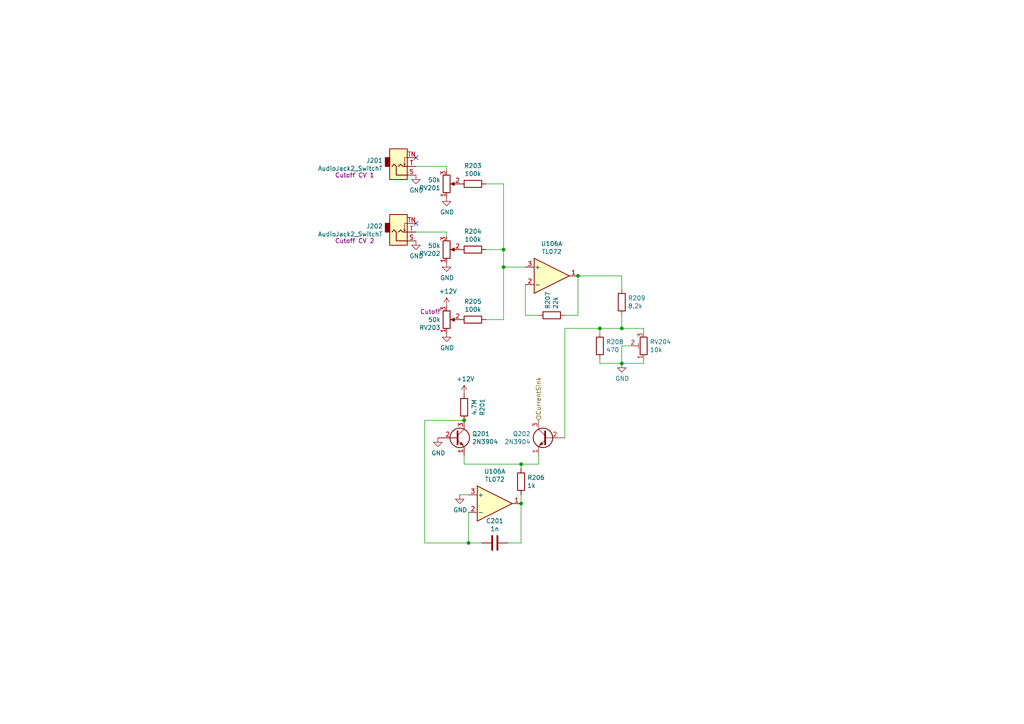
<source format=kicad_sch>
(kicad_sch (version 20211123) (generator eeschema)
  (paper "A4")
  (title_block (title "VCF") (date "2021-07-13") (rev "1.0"))
  (lib_symbols
    (symbol "Amplifier_Operational:TL072" (pin_names (offset 0.127))
      (property "Reference" "U" (at 0 5.08 0))
      (property "Value" "TL072" (at 0 -5.08 0))
      (symbol "TL072_1_1"
        (polyline (pts (xy -5.08 5.08) (xy 5.08 0) (xy -5.08 -5.08) (xy -5.08 5.08)) (stroke (width 0.254)) (fill (type background)))
        (pin output line (at 7.62 0 180) (length 2.54) (name "~") (number "1"))
        (pin input line (at -7.62 -2.54 0) (length 2.54) (name "-") (number "2"))
        (pin input line (at -7.62 2.54 0) (length 2.54) (name "+") (number "3"))
      )
      (symbol "TL072_2_1"
        (polyline (pts (xy -5.08 5.08) (xy 5.08 0) (xy -5.08 -5.08) (xy -5.08 5.08)) (stroke (width 0.254)) (fill (type background)))
        (pin input line (at -7.62 2.54 0) (length 2.54) (name "+") (number "5"))
        (pin input line (at -7.62 -2.54 0) (length 2.54) (name "-") (number "6"))
        (pin output line (at 7.62 0 180) (length 2.54) (name "~") (number "7"))
      )
      (symbol "TL072_3_1"
        (pin power_in line (at -2.54 -7.62 90) (length 3.81) (name "V-") (number "4"))
        (pin power_in line (at -2.54 7.62 270) (length 3.81) (name "V+") (number "8"))
      )
    )
    (symbol "Connector:AudioJack2_SwitchT"
      (property "Reference" "J" (at 0 8.89 0))
      (property "Value" "AudioJack2_SwitchT" (at 0 6.35 0))
      (symbol "AudioJack2_SwitchT_0_1"
        (rectangle (start -2.54 0) (end -3.81 -2.54) (stroke (width 0.254)) (fill (type outline)))
        (polyline (pts (xy 1.778 -0.254) (xy 2.032 -0.762)))
        (polyline (pts (xy 0 0) (xy 0.635 -0.635) (xy 1.27 0) (xy 2.54 0)) (stroke (width 0.254)))
        (polyline (pts (xy 2.54 -2.54) (xy 1.778 -2.54) (xy 1.778 -0.254) (xy 1.524 -0.762)))
        (polyline (pts (xy 2.54 2.54) (xy -0.635 2.54) (xy -0.635 0) (xy -1.27 -0.635) (xy -1.905 0)) (stroke (width 0.254)))
        (rectangle (start 2.54 3.81) (end -2.54 -5.08) (stroke (width 0.254)) (fill (type background)))
      )
      (symbol "AudioJack2_SwitchT_1_1"
        (pin passive line (at 5.08 2.54 180) (length 2.54) (name "~") (number "S"))
        (pin passive line (at 5.08 0 180) (length 2.54) (name "~") (number "T"))
        (pin passive line (at 5.08 -2.54 180) (length 2.54) (name "~") (number "TN"))
      )
    )
    (symbol "Device:C" (pin_numbers hide) (pin_names (offset 0.254))
      (property "Reference" "C" (at 0.635 2.54 0))
      (property "Value" "C" (at 0.635 -2.54 0))
      (symbol "C_0_1"
        (polyline (pts (xy -2.032 -0.762) (xy 2.032 -0.762)) (stroke (width 0.508)))
        (polyline (pts (xy -2.032 0.762) (xy 2.032 0.762)) (stroke (width 0.508)))
      )
      (symbol "C_1_1"
        (pin passive line (at 0 3.81 270) (length 2.794) (name "~") (number "1"))
        (pin passive line (at 0 -3.81 90) (length 2.794) (name "~") (number "2"))
      )
    )
    (symbol "Device:R" (pin_numbers hide) (pin_names (offset 0))
      (property "Reference" "R" (at 2.032 0 90))
      (property "Value" "R" (at 0 0 90))
      (symbol "R_0_1"
        (rectangle (start -1.016 -2.54) (end 1.016 2.54) (stroke (width 0.254)))
      )
      (symbol "R_1_1"
        (pin passive line (at 0 3.81 270) (length 1.27) (name "~") (number "1"))
        (pin passive line (at 0 -3.81 90) (length 1.27) (name "~") (number "2"))
      )
    )
    (symbol "Device:R_Potentiometer" (pin_names (offset 1.016) hide)
      (property "Reference" "RV" (at -4.445 0 90))
      (property "Value" "R_Potentiometer" (at -2.54 0 90))
      (symbol "R_Potentiometer_0_1"
        (polyline (pts (xy 2.54 0) (xy 1.524 0)))
        (polyline (pts (xy 1.143 0) (xy 2.286 0.508) (xy 2.286 -0.508) (xy 1.143 0)) (fill (type outline)))
        (rectangle (start 1.016 2.54) (end -1.016 -2.54) (stroke (width 0.254)))
      )
      (symbol "R_Potentiometer_1_1"
        (pin passive line (at 0 3.81 270) (length 1.27) (name "1") (number "1"))
        (pin passive line (at 3.81 0 180) (length 1.27) (name "2") (number "2"))
        (pin passive line (at 0 -3.81 90) (length 1.27) (name "3") (number "3"))
      )
    )
    (symbol "Device:R_Potentiometer_Trim" (pin_names (offset 1.016) hide)
      (property "Reference" "RV" (at -4.445 0 90))
      (property "Value" "R_Potentiometer_Trim" (at -2.54 0 90))
      (symbol "R_Potentiometer_Trim_0_1"
        (polyline (pts (xy 1.524 0.762) (xy 1.524 -0.762)))
        (polyline (pts (xy 2.54 0) (xy 1.524 0)))
        (rectangle (start 1.016 2.54) (end -1.016 -2.54) (stroke (width 0.254)))
      )
      (symbol "R_Potentiometer_Trim_1_1"
        (pin passive line (at 0 3.81 270) (length 1.27) (name "1") (number "1"))
        (pin passive line (at 3.81 0 180) (length 1.27) (name "2") (number "2"))
        (pin passive line (at 0 -3.81 90) (length 1.27) (name "3") (number "3"))
      )
    )
    (symbol "Transistor_BJT:2N3904" (pin_names (offset 0) hide)
      (property "Reference" "Q" (at 5.08 1.905 0))
      (property "Value" "2N3904" (at 5.08 0 0))
      (symbol "2N3904_0_1"
        (polyline (pts (xy 0.635 0.635) (xy 2.54 2.54)))
        (polyline (pts (xy 0.635 -0.635) (xy 2.54 -2.54) (xy 2.54 -2.54)))
        (polyline (pts (xy 0.635 1.905) (xy 0.635 -1.905) (xy 0.635 -1.905)) (stroke (width 0.508)))
        (polyline (pts (xy 1.27 -1.778) (xy 1.778 -1.27) (xy 2.286 -2.286) (xy 1.27 -1.778) (xy 1.27 -1.778)) (fill (type outline)))
        (circle (center 1.27 0) (radius 2.8194) (stroke (width 0.254)))
      )
      (symbol "2N3904_1_1"
        (pin passive line (at 2.54 -5.08 90) (length 2.54) (name "E") (number "1"))
        (pin passive line (at -5.08 0 0) (length 5.715) (name "B") (number "2"))
        (pin passive line (at 2.54 5.08 270) (length 2.54) (name "C") (number "3"))
      )
    )
    (symbol "power:+12V" (power) (pin_names (offset 0))
      (property "Value" "+12V" (at 0 3.556 0))
      (symbol "+12V_0_1"
        (polyline (pts (xy -0.762 1.27) (xy 0 2.54)))
        (polyline (pts (xy 0 0) (xy 0 2.54)))
        (polyline (pts (xy 0 2.54) (xy 0.762 1.27)))
      )
      (symbol "+12V_1_1"
        (pin power_in line (at 0 0 90) (length 0) hide (name "+12V") (number "1"))
      )
    )
    (symbol "power:GND" (power) (pin_names (offset 0))
      (property "Value" "GND" (at 0 -3.81 0))
      (symbol "GND_0_1"
        (polyline (pts (xy 0 0) (xy 0 -1.27) (xy 1.27 -1.27) (xy 0 -2.54) (xy -1.27 -1.27) (xy 0 -1.27)))
      )
      (symbol "GND_1_1"
        (pin power_in line (at 0 0 270) (length 0) hide (name "GND") (number "1"))
      )
    )
  )
  (junction (at 151.13 146.05))
  (junction (at 146.05 72.39))
  (junction (at 180.34 95.25))
  (junction (at 151.13 134.62))
  (junction (at 173.99 95.25))
  (junction (at 167.64 80.01))
  (junction (at 135.89 157.48))
  (junction (at 134.62 121.92))
  (junction (at 146.05 77.47))
  (junction (at 180.34 105.41))
  (no_connect (at 120.65 45.72))
  (no_connect (at 120.65 64.77))
  (wire (pts (xy 156.21 134.62) (xy 156.21 132.08)))
  (wire (pts (xy 120.65 67.31) (xy 129.54 67.31)))
  (wire (pts (xy 151.13 146.05) (xy 151.13 143.51)))
  (wire (pts (xy 173.99 105.41) (xy 180.34 105.41)))
  (wire (pts (xy 186.69 105.41) (xy 186.69 104.14)))
  (wire (pts (xy 180.34 95.25) (xy 186.69 95.25)))
  (wire (pts (xy 147.32 157.48) (xy 151.13 157.48)))
  (wire (pts (xy 120.65 48.26) (xy 129.54 48.26)))
  (wire (pts (xy 163.83 95.25) (xy 163.83 127)))
  (wire (pts (xy 180.34 80.01) (xy 180.34 83.82)))
  (wire (pts (xy 140.97 72.39) (xy 146.05 72.39)))
  (wire (pts (xy 140.97 92.71) (xy 146.05 92.71)))
  (wire (pts (xy 152.4 77.47) (xy 146.05 77.47)))
  (wire (pts (xy 140.97 53.34) (xy 146.05 53.34)))
  (wire (pts (xy 123.19 157.48) (xy 135.89 157.48)))
  (wire (pts (xy 173.99 95.25) (xy 163.83 95.25)))
  (wire (pts (xy 182.88 100.33) (xy 180.34 100.33)))
  (wire (pts (xy 129.54 48.26) (xy 129.54 49.53)))
  (wire (pts (xy 167.64 91.44) (xy 167.64 80.01)))
  (wire (pts (xy 134.62 134.62) (xy 151.13 134.62)))
  (wire (pts (xy 133.35 143.51) (xy 135.89 143.51)))
  (wire (pts (xy 146.05 53.34) (xy 146.05 72.39)))
  (wire (pts (xy 173.99 95.25) (xy 173.99 96.52)))
  (wire (pts (xy 123.19 121.92) (xy 123.19 157.48)))
  (wire (pts (xy 146.05 77.47) (xy 146.05 92.71)))
  (wire (pts (xy 152.4 91.44) (xy 156.21 91.44)))
  (wire (pts (xy 134.62 121.92) (xy 123.19 121.92)))
  (wire (pts (xy 180.34 95.25) (xy 173.99 95.25)))
  (wire (pts (xy 151.13 134.62) (xy 156.21 134.62)))
  (wire (pts (xy 152.4 82.55) (xy 152.4 91.44)))
  (wire (pts (xy 134.62 132.08) (xy 134.62 134.62)))
  (wire (pts (xy 167.64 80.01) (xy 180.34 80.01)))
  (wire (pts (xy 151.13 146.05) (xy 151.13 157.48)))
  (wire (pts (xy 135.89 148.59) (xy 135.89 157.48)))
  (wire (pts (xy 129.54 67.31) (xy 129.54 68.58)))
  (wire (pts (xy 173.99 104.14) (xy 173.99 105.41)))
  (wire (pts (xy 163.83 91.44) (xy 167.64 91.44)))
  (wire (pts (xy 135.89 157.48) (xy 139.7 157.48)))
  (wire (pts (xy 180.34 100.33) (xy 180.34 105.41)))
  (wire (pts (xy 180.34 91.44) (xy 180.34 95.25)))
  (wire (pts (xy 151.13 134.62) (xy 151.13 135.89)))
  (wire (pts (xy 186.69 95.25) (xy 186.69 96.52)))
  (wire (pts (xy 180.34 105.41) (xy 186.69 105.41)))
  (wire (pts (xy 146.05 72.39) (xy 146.05 77.47)))
  (hierarchical_label "CurrentSink" (shape input) (at 156.21 121.92 90))
  (symbol (lib_id "Device:R") (at 151.13 139.7 0)
    (property "Reference" "R206" (at 152.908 138.5316 0) (effects (justify left)))
    (property "Value" "1k" (at 152.908 140.843 0) (effects (justify left)))
    (property "Footprint" "Resistor_THT:R_Axial_DIN0207_L6.3mm_D2.5mm_P7.62mm_Horizontal" (effects hide))
  )
  (symbol (lib_id "Device:C") (at 143.51 157.48 90)
    (property "Reference" "C201" (at 143.51 151.0792 90))
    (property "Value" "1n" (at 143.51 153.3906 90))
    (property "Footprint" "Capacitor_THT:C_Disc_D5.0mm_W2.5mm_P5.00mm" (effects hide))
  )
  (symbol (lib_id "Device:R") (at 160.02 91.44 90)
    (property "Reference" "R207" (at 158.8516 89.662 0) (effects (justify left)))
    (property "Value" "22k" (at 161.163 89.662 0) (effects (justify left)))
    (property "Footprint" "Resistor_THT:R_Axial_DIN0207_L6.3mm_D2.5mm_P7.62mm_Horizontal" (effects hide))
  )
  (symbol (lib_id "Device:R") (at 137.16 72.39 90)
    (property "Reference" "R204" (at 137.16 67.1322 90))
    (property "Value" "100k" (at 137.16 69.4436 90))
    (property "Footprint" "Resistor_THT:R_Axial_DIN0207_L6.3mm_D2.5mm_P7.62mm_Horizontal" (effects hide))
  )
  (symbol (lib_id "Device:R_Potentiometer") (at 129.54 72.39 0) (mirror x)
    (property "Reference" "RV202" (at 127.762 73.5584 0) (effects (justify right)))
    (property "Value" "50k" (at 127.762 71.247 0) (effects (justify right)))
    (property "Footprint" "Potentiometer_THT:Potentiometer_Alpha_RD901F-40-00D_Single_Vertical_CircularHoles" (effects hide))
  )
  (symbol (lib_id "Device:R") (at 137.16 92.71 90)
    (property "Reference" "R205" (at 137.16 87.4522 90))
    (property "Value" "100k" (at 137.16 89.7636 90))
    (property "Footprint" "Resistor_THT:R_Axial_DIN0207_L6.3mm_D2.5mm_P7.62mm_Horizontal" (effects hide))
  )
  (symbol (lib_id "Device:R_Potentiometer") (at 129.54 92.71 0) (mirror x)
    (property "Reference" "RV203" (at 127.7874 95.0214 0) (effects (justify right)))
    (property "Value" "50k" (at 127.7874 92.71 0) (effects (justify right)))
    (property "Footprint" "Potentiometer_THT:Potentiometer_Alpha_RD901F-40-00D_Single_Vertical_CircularHoles" (effects hide))
    (property "Description" "Cutoff" (at 127.7874 90.3986 0) (effects (justify right)))
  )
  (symbol (lib_id "Amplifier_Operational:TL072") (at 160.02 80.01 0)
    (property "Reference" "U106" (at 160.02 70.6882 0))
    (property "Value" "TL072" (at 160.02 72.9996 0))
    (property "Footprint" "Package_DIP:DIP-8_W7.62mm_Socket" (effects hide))
    (property "Datasheet" "http://www.ti.com/lit/ds/symlink/tl071.pdf" (effects hide))
  )
  (symbol (lib_id "power:GND") (at 129.54 76.2 0)
    (property "Reference" "#PWR0205" (effects hide))
    (property "Value" "GND" (at 129.667 80.5942 0))
  )
  (symbol (lib_id "power:+12V") (at 129.54 88.9 0)
    (property "Reference" "#PWR0206" (effects hide))
    (property "Value" "+12V" (at 129.921 84.5058 0))
  )
  (symbol (lib_id "Device:R") (at 173.99 100.33 0)
    (property "Reference" "R208" (at 175.768 99.1616 0) (effects (justify left)))
    (property "Value" "470" (at 175.768 101.473 0) (effects (justify left)))
    (property "Footprint" "Resistor_THT:R_Axial_DIN0207_L6.3mm_D2.5mm_P7.62mm_Horizontal" (effects hide))
  )
  (symbol (lib_id "Device:R_Potentiometer_Trim") (at 186.69 100.33 180)
    (property "Reference" "RV204" (at 188.468 99.1616 0) (effects (justify right)))
    (property "Value" "10k" (at 188.468 101.473 0) (effects (justify right)))
    (property "Footprint" "Potentiometer_THT:Potentiometer_Runtron_RM-065_Vertical" (effects hide))
  )
  (symbol (lib_id "power:GND") (at 180.34 105.41 0)
    (property "Reference" "#PWR0211" (effects hide))
    (property "Value" "GND" (at 180.467 109.8042 0))
  )
  (symbol (lib_id "Amplifier_Operational:TL072") (at 143.51 146.05 0)
    (property "Reference" "U106" (at 143.51 136.7282 0))
    (property "Value" "TL072" (at 143.51 139.0396 0))
    (property "Footprint" "Package_DIP:DIP-8_W7.62mm_Socket" (effects hide))
    (property "Datasheet" "http://www.ti.com/lit/ds/symlink/tl071.pdf" (effects hide))
  )
  (symbol (lib_id "power:GND") (at 133.35 143.51 0)
    (property "Reference" "#PWR0209" (effects hide))
    (property "Value" "GND" (at 133.477 147.9042 0))
  )
  (symbol (lib_id "Device:R") (at 134.62 118.11 0)
    (property "Reference" "R201" (at 139.8778 118.11 90))
    (property "Value" "4.7M" (at 137.5664 118.11 90))
    (property "Footprint" "Resistor_THT:R_Axial_DIN0207_L6.3mm_D2.5mm_P7.62mm_Horizontal" (effects hide))
  )
  (symbol (lib_id "Connector:AudioJack2_SwitchT") (at 115.57 67.31 0) (mirror x)
    (property "Reference" "J202" (at 111.0234 65.6082 0) (effects (justify right)))
    (property "Value" "AudioJack2_SwitchT" (at 111.0234 67.9196 0) (effects (justify right)))
    (property "Footprint" "Connector_Audio:Jack_3.5mm_QingPu_WQP-PJ398SM_Vertical_CircularHoles" (effects hide))
    (property "Description" "Cutoff CV 2" (at 102.87 69.85 0))
  )
  (symbol (lib_id "power:GND") (at 120.65 69.85 0)
    (property "Reference" "#PWR0202" (effects hide))
    (property "Value" "GND" (at 120.777 74.2442 0))
  )
  (symbol (lib_id "power:GND") (at 129.54 96.52 0)
    (property "Reference" "#PWR0207" (effects hide))
    (property "Value" "GND" (at 129.667 100.9142 0))
  )
  (symbol (lib_id "Transistor_BJT:2N3904") (at 158.75 127 0) (mirror y) (unit 1)
    (property "Reference" "Q202" (at 153.8986 125.8316 0) (effects (justify left)))
    (property "Value" "2N3904" (at 153.8986 128.143 0) (effects (justify left)))
    (property "Footprint" "Package_TO_SOT_THT:TO-92_Wide" (effects hide))
    (property "Datasheet" "https://www.onsemi.com/pub/Collateral/2N3903-D.PDF" (effects hide))
  )
  (symbol (lib_id "Transistor_BJT:2N3904") (at 132.08 127 0) (unit 1)
    (property "Reference" "Q201" (at 136.906 125.8316 0) (effects (justify left)))
    (property "Value" "2N3904" (at 136.906 128.143 0) (effects (justify left)))
    (property "Footprint" "Package_TO_SOT_THT:TO-92_Wide" (effects hide))
    (property "Datasheet" "https://www.onsemi.com/pub/Collateral/2N3903-D.PDF" (effects hide))
  )
  (symbol (lib_id "power:GND") (at 127 127 0)
    (property "Reference" "#PWR0203" (effects hide))
    (property "Value" "GND" (at 127.127 131.3942 0))
  )
  (symbol (lib_id "power:+12V") (at 134.62 114.3 0)
    (property "Reference" "#PWR0210" (effects hide))
    (property "Value" "+12V" (at 135.001 109.9058 0))
  )
  (symbol (lib_id "Device:R") (at 180.34 87.63 0)
    (property "Reference" "R209" (at 182.118 86.4616 0) (effects (justify left)))
    (property "Value" "8.2k" (at 182.118 88.773 0) (effects (justify left)))
    (property "Footprint" "Resistor_THT:R_Axial_DIN0207_L6.3mm_D2.5mm_P7.62mm_Horizontal" (effects hide))
  )
  (symbol (lib_id "Device:R") (at 137.16 53.34 90)
    (property "Reference" "R203" (at 137.16 48.0822 90))
    (property "Value" "100k" (at 137.16 50.3936 90))
    (property "Footprint" "Resistor_THT:R_Axial_DIN0207_L6.3mm_D2.5mm_P7.62mm_Horizontal" (effects hide))
  )
  (symbol (lib_id "power:GND") (at 129.54 57.15 0)
    (property "Reference" "#PWR0204" (effects hide))
    (property "Value" "GND" (at 129.667 61.5442 0))
  )
  (symbol (lib_id "Connector:AudioJack2_SwitchT") (at 115.57 48.26 0) (mirror x)
    (property "Reference" "J201" (at 111.0234 46.5582 0) (effects (justify right)))
    (property "Value" "AudioJack2_SwitchT" (at 111.0234 48.8696 0) (effects (justify right)))
    (property "Footprint" "Connector_Audio:Jack_3.5mm_QingPu_WQP-PJ398SM_Vertical_CircularHoles" (effects hide))
    (property "Description" "Cutoff CV 1" (at 102.87 50.8 0))
  )
  (symbol (lib_id "power:GND") (at 120.65 50.8 0)
    (property "Reference" "#PWR0201" (effects hide))
    (property "Value" "GND" (at 120.777 55.1942 0))
  )
  (symbol (lib_id "Device:R_Potentiometer") (at 129.54 53.34 0) (mirror x)
    (property "Reference" "RV201" (at 127.762 54.5084 0) (effects (justify right)))
    (property "Value" "50k" (at 127.762 52.197 0) (effects (justify right)))
    (property "Footprint" "Potentiometer_THT:Potentiometer_Alpha_RD901F-40-00D_Single_Vertical_CircularHoles" (effects hide))
  )
)
</source>
